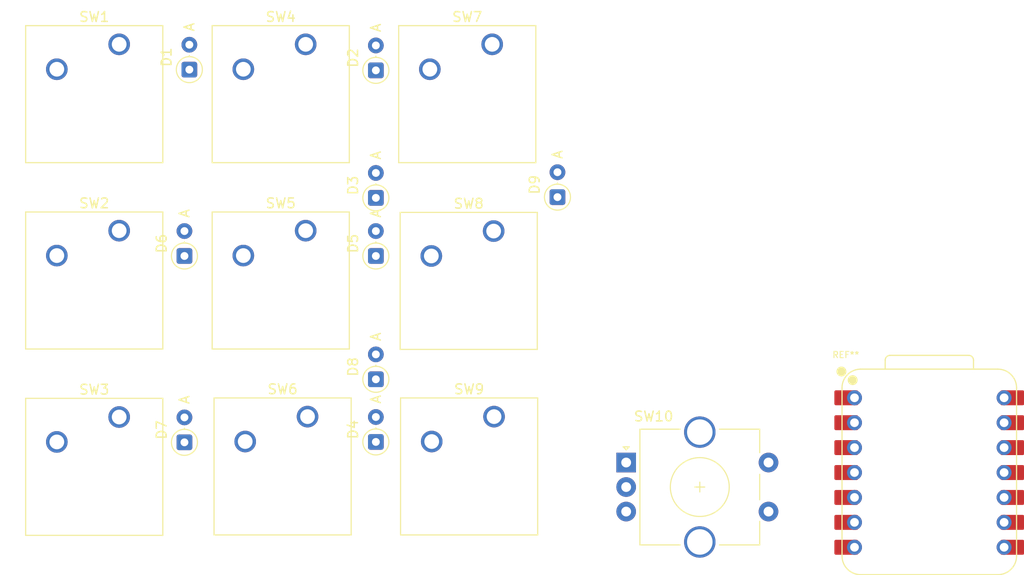
<source format=kicad_pcb>
(kicad_pcb (version 20241229) (generator "pcbnew") (generator_version "9.0")
  (layers (0 "F.Cu" signal) (2 "B.Cu" signal) (13 "F.Paste" user) (15 "B.Paste" user) (5 "F.SilkS" user "F.Silkscreen") (7 "B.SilkS" user "B.Silkscreen") (1 "F.Mask" user) (3 "B.Mask" user) (25 "Edge.Cuts" user))
  (net 0 "")
  (net 1 "row0")
  (net 2 "Net-(D1-A)")
  (net 3 "Net-(D2-A)")
  (net 4 "row1")
  (net 5 "Net-(D3-A)")
  (net 6 "row2")
  (net 7 "Net-(D4-A)")
  (net 8 "Net-(D5-A)")
  (net 9 "Net-(D6-A)")
  (net 10 "Net-(D7-A)")
  (net 11 "Net-(D8-A)")
  (net 12 "Net-(D9-A)")
  (net 13 "col0")
  (net 14 "col1")
  (net 15 "col2")
  (net 16 "GND")
  (net 17 "Net-(U1-GPIO4{slash}MISO)")
  (net 18 "Net-(U1-GPIO3{slash}MOSI)")
  (footprint "Rotary_Encoder:RotaryEncoder_Alps_EC11E-Switch_Vertical_H20mm_CircularMountingHoles" (layer "F.Cu") (at 143.5 103.6)
    (property "Reference" "SW10" (at 2.8 -4.7 0) (layer "F.SilkS"))
    (property "Value" "RotaryEncoder")
    (fp_line (start -0.3 -1.6) (end 0.3 -1.6) (stroke (width 0.12)) (layer "F.SilkS"))
    (fp_line (start 0 -1.3) (end -0.3 -1.6) (stroke (width 0.12)) (layer "F.SilkS"))
    (fp_line (start 0.3 -1.6) (end 0 -1.3) (stroke (width 0.12)) (layer "F.SilkS"))
    (fp_line (start 1.4 -3.4) (end 1.4 8.4) (stroke (width 0.12)) (layer "F.SilkS"))
    (fp_line (start 5.5 -3.4) (end 1.4 -3.4) (stroke (width 0.12)) (layer "F.SilkS"))
    (fp_line (start 5.5 8.4) (end 1.4 8.4) (stroke (width 0.12)) (layer "F.SilkS"))
    (fp_line (start 7 2.5) (end 8 2.5) (stroke (width 0.12)) (layer "F.SilkS"))
    (fp_line (start 7.5 2) (end 7.5 3) (stroke (width 0.12)) (layer "F.SilkS"))
    (fp_line (start 9.5 -3.4) (end 13.6 -3.4) (stroke (width 0.12)) (layer "F.SilkS"))
    (fp_line (start 13.6 -3.4) (end 13.6 -1) (stroke (width 0.12)) (layer "F.SilkS"))
    (fp_line (start 13.6 1.2) (end 13.6 3.8) (stroke (width 0.12)) (layer "F.SilkS"))
    (fp_line (start 13.6 6) (end 13.6 8.4) (stroke (width 0.12)) (layer "F.SilkS"))
    (fp_line (start 13.6 8.4) (end 9.5 8.4) (stroke (width 0.12)) (layer "F.SilkS"))
    (fp_circle (center 7.5 2.5) (end 10.5 2.5) (stroke (width 0.12)) (fill no) (layer "F.SilkS"))
    (pad "A" thru_hole rect (at 0 0) (size 2 2) (drill 1) (layers "*.Cu" "*.Mask") (net 18 "Net-(U1-GPIO3{slash}MOSI)"))
    (pad "B" thru_hole circle (at 0 5) (size 2 2) (drill 1) (layers "*.Cu" "*.Mask") (net 17 "Net-(U1-GPIO4{slash}MISO)"))
    (pad "C" thru_hole circle (at 0 2.5) (size 2 2) (drill 1) (layers "*.Cu" "*.Mask") (net 16 "GND"))
    (pad "MP" thru_hole circle (at 7.5 -3.1) (size 3.2 3.2) (drill 2.6) (layers "*.Cu" "*.Mask"))
    (pad "MP" thru_hole circle (at 7.5 8.1) (size 3.2 3.2) (drill 2.6) (layers "*.Cu" "*.Mask"))
    (pad "S1" thru_hole circle (at 14.5 5) (size 2 2) (drill 1) (layers "*.Cu" "*.Mask"))
    (pad "S2" thru_hole circle (at 14.5 0) (size 2 2) (drill 1) (layers "*.Cu" "*.Mask"))
  )
  (footprint "Button_Switch_Keyboard:SW_Cherry_MX_1.00u_PCB" (layer "F.Cu") (at 110.85 60.96)
    (property "Reference" "SW4" (at -2.54 -2.794 0) (layer "F.SilkS"))
    (property "Value" "SW_Push")
    (fp_line (start -9.525 -1.905) (end 4.445 -1.905) (stroke (width 0.12)) (layer "F.SilkS"))
    (fp_line (start -9.525 12.065) (end -9.525 -1.905) (stroke (width 0.12)) (layer "F.SilkS"))
    (fp_line (start 4.445 -1.905) (end 4.445 12.065) (stroke (width 0.12)) (layer "F.SilkS"))
    (fp_line (start 4.445 12.065) (end -9.525 12.065) (stroke (width 0.12)) (layer "F.SilkS"))
    (pad "" np_thru_hole circle (at -7.62 5.08) (size 1.7 1.7) (drill 1.7) (layers "*.Cu" "*.Mask"))
    (pad "" np_thru_hole circle (at -2.54 5.08) (size 4 4) (drill 4) (layers "*.Cu" "*.Mask"))
    (pad "" np_thru_hole circle (at 2.54 5.08) (size 1.7 1.7) (drill 1.7) (layers "*.Cu" "*.Mask"))
    (pad "1" thru_hole circle (at 0 0) (size 2.2 2.2) (drill 1.5) (layers "*.Cu" "*.Mask") (net 3 "Net-(D2-A)"))
    (pad "2" thru_hole circle (at -6.35 2.54) (size 2.2 2.2) (drill 1.5) (layers "*.Cu" "*.Mask") (net 13 "col0"))
  )
  (footprint "Button_Switch_Keyboard:SW_Cherry_MX_1.00u_PCB" (layer "F.Cu") (at 91.85 60.96)
    (property "Reference" "SW1" (at -2.54 -2.794 0) (layer "F.SilkS"))
    (property "Value" "SW_Push")
    (fp_line (start -9.525 -1.905) (end 4.445 -1.905) (stroke (width 0.12)) (layer "F.SilkS"))
    (fp_line (start -9.525 12.065) (end -9.525 -1.905) (stroke (width 0.12)) (layer "F.SilkS"))
    (fp_line (start 4.445 -1.905) (end 4.445 12.065) (stroke (width 0.12)) (layer "F.SilkS"))
    (fp_line (start 4.445 12.065) (end -9.525 12.065) (stroke (width 0.12)) (layer "F.SilkS"))
    (pad "" np_thru_hole circle (at -7.62 5.08) (size 1.7 1.7) (drill 1.7) (layers "*.Cu" "*.Mask"))
    (pad "" np_thru_hole circle (at -2.54 5.08) (size 4 4) (drill 4) (layers "*.Cu" "*.Mask"))
    (pad "" np_thru_hole circle (at 2.54 5.08) (size 1.7 1.7) (drill 1.7) (layers "*.Cu" "*.Mask"))
    (pad "1" thru_hole circle (at 0 0) (size 2.2 2.2) (drill 1.5) (layers "*.Cu" "*.Mask") (net 2 "Net-(D1-A)"))
    (pad "2" thru_hole circle (at -6.35 2.54) (size 2.2 2.2) (drill 1.5) (layers "*.Cu" "*.Mask") (net 13 "col0"))
  )
  (footprint "Diode_THT:D_DO-35_SOD27_P2.54mm_Vertical_AnodeUp" (layer "F.Cu") (at 118 101.5 90)
    (property "Reference" "D4" (at 1.27 -2.326371 90) (layer "F.SilkS"))
    (property "Value" "D")
    (fp_line (start 1.326371 0) (end 1.44 0) (stroke (width 0.12)) (layer "F.SilkS"))
    (fp_circle (center 0 0) (end 1.326371 0) (stroke (width 0.12)) (fill no) (layer "F.SilkS"))
    (fp_text user "A" (at 4.34 0 90) (layer "F.SilkS"))
    (pad "1" thru_hole roundrect (at 0 0 90) (size 1.6 1.6) (drill 0.8) (layers "*.Cu" "*.Mask") (roundrect_rratio 0.15625) (net 6 "row2"))
    (pad "2" thru_hole circle (at 2.54 0 90) (size 1.6 1.6) (drill 0.8) (layers "*.Cu" "*.Mask") (net 7 "Net-(D4-A)"))
  )
  (footprint "Button_Switch_Keyboard:SW_Cherry_MX_1.00u_PCB" (layer "F.Cu") (at 91.85 98.96)
    (property "Reference" "SW3" (at -2.54 -2.794 0) (layer "F.SilkS"))
    (property "Value" "SW_Push")
    (fp_line (start -9.525 -1.905) (end 4.445 -1.905) (stroke (width 0.12)) (layer "F.SilkS"))
    (fp_line (start -9.525 12.065) (end -9.525 -1.905) (stroke (width 0.12)) (layer "F.SilkS"))
    (fp_line (start 4.445 -1.905) (end 4.445 12.065) (stroke (width 0.12)) (layer "F.SilkS"))
    (fp_line (start 4.445 12.065) (end -9.525 12.065) (stroke (width 0.12)) (layer "F.SilkS"))
    (pad "" np_thru_hole circle (at -7.62 5.08) (size 1.7 1.7) (drill 1.7) (layers "*.Cu" "*.Mask"))
    (pad "" np_thru_hole circle (at -2.54 5.08) (size 4 4) (drill 4) (layers "*.Cu" "*.Mask"))
    (pad "" np_thru_hole circle (at 2.54 5.08) (size 1.7 1.7) (drill 1.7) (layers "*.Cu" "*.Mask"))
    (pad "1" thru_hole circle (at 0 0) (size 2.2 2.2) (drill 1.5) (layers "*.Cu" "*.Mask") (net 10 "Net-(D7-A)"))
    (pad "2" thru_hole circle (at -6.35 2.54) (size 2.2 2.2) (drill 1.5) (layers "*.Cu" "*.Mask") (net 15 "col2"))
  )
  (footprint "Diode_THT:D_DO-35_SOD27_P2.54mm_Vertical_AnodeUp" (layer "F.Cu") (at 118 63.614315 90)
    (property "Reference" "D2" (at 1.27 -2.326371 90) (layer "F.SilkS"))
    (property "Value" "D")
    (fp_line (start 1.326371 0) (end 1.44 0) (stroke (width 0.12)) (layer "F.SilkS"))
    (fp_circle (center 0 0) (end 1.326371 0) (stroke (width 0.12)) (fill no) (layer "F.SilkS"))
    (fp_text user "A" (at 4.34 0 90) (layer "F.SilkS"))
    (pad "1" thru_hole roundrect (at 0 0 90) (size 1.6 1.6) (drill 0.8) (layers "*.Cu" "*.Mask") (roundrect_rratio 0.15625) (net 4 "row1"))
    (pad "2" thru_hole circle (at 2.54 0 90) (size 1.6 1.6) (drill 0.8) (layers "*.Cu" "*.Mask") (net 3 "Net-(D2-A)"))
  )
  (footprint "Diode_THT:D_DO-35_SOD27_P2.54mm_Vertical_AnodeUp" (layer "F.Cu") (at 118 76.614315 90)
    (property "Reference" "D3" (at 1.27 -2.326371 90) (layer "F.SilkS"))
    (property "Value" "D")
    (fp_line (start 1.326371 0) (end 1.44 0) (stroke (width 0.12)) (layer "F.SilkS"))
    (fp_circle (center 0 0) (end 1.326371 0) (stroke (width 0.12)) (fill no) (layer "F.SilkS"))
    (fp_text user "A" (at 4.34 0 90) (layer "F.SilkS"))
    (pad "1" thru_hole roundrect (at 0 0 90) (size 1.6 1.6) (drill 0.8) (layers "*.Cu" "*.Mask") (roundrect_rratio 0.15625) (net 6 "row2"))
    (pad "2" thru_hole circle (at 2.54 0 90) (size 1.6 1.6) (drill 0.8) (layers "*.Cu" "*.Mask") (net 5 "Net-(D3-A)"))
  )
  (footprint "Button_Switch_Keyboard:SW_Cherry_MX_1.00u_PCB" (layer "F.Cu") (at 110.85 79.96)
    (property "Reference" "SW5" (at -2.54 -2.794 0) (layer "F.SilkS"))
    (property "Value" "SW_Push")
    (fp_line (start -9.525 -1.905) (end 4.445 -1.905) (stroke (width 0.12)) (layer "F.SilkS"))
    (fp_line (start -9.525 12.065) (end -9.525 -1.905) (stroke (width 0.12)) (layer "F.SilkS"))
    (fp_line (start 4.445 -1.905) (end 4.445 12.065) (stroke (width 0.12)) (layer "F.SilkS"))
    (fp_line (start 4.445 12.065) (end -9.525 12.065) (stroke (width 0.12)) (layer "F.SilkS"))
    (pad "" np_thru_hole circle (at -7.62 5.08) (size 1.7 1.7) (drill 1.7) (layers "*.Cu" "*.Mask"))
    (pad "" np_thru_hole circle (at -2.54 5.08) (size 4 4) (drill 4) (layers "*.Cu" "*.Mask"))
    (pad "" np_thru_hole circle (at 2.54 5.08) (size 1.7 1.7) (drill 1.7) (layers "*.Cu" "*.Mask"))
    (pad "1" thru_hole circle (at 0 0) (size 2.2 2.2) (drill 1.5) (layers "*.Cu" "*.Mask") (net 5 "Net-(D3-A)"))
    (pad "2" thru_hole circle (at -6.35 2.54) (size 2.2 2.2) (drill 1.5) (layers "*.Cu" "*.Mask") (net 13 "col0"))
  )
  (footprint "barapad:XIAO-RP2040-DIP" (layer "F.Cu") (at 174.38 104.62)
    (property "Reference" "REF**" (at -8.5 -12 0) (layer "F.SilkS") (effects (font (size 0.635 0.635) (thickness 0.1016))))
    (property "Value" "XIAO-RP2040-DIP")
    (fp_line (start -8.89 8.509) (end -8.89 -8.636) (stroke (width 0.127)) (layer "F.SilkS"))
    (fp_line (start -6.985 10.414) (end 6.985 10.414) (stroke (width 0.127)) (layer "F.SilkS"))
    (fp_line (start -4.495 -10.541) (end -4.491272 -11.451272) (stroke (width 0.127)) (layer "F.SilkS"))
    (fp_line (start -3.991272 -11.951) (end 4.004 -11.951) (stroke (width 0.127)) (layer "F.SilkS"))
    (fp_line (start 4.504 -11.451) (end 4.504 -10.541) (stroke (width 0.127)) (layer "F.SilkS"))
    (fp_line (start 6.985 -10.541) (end -6.985 -10.541) (stroke (width 0.1)) (layer "F.SilkS"))
    (fp_line (start 6.985 -10.541) (end -6.985 -10.541) (stroke (width 0.127)) (layer "F.SilkS"))
    (fp_line (start 8.89 8.509) (end 8.89 -8.636) (stroke (width 0.127)) (layer "F.SilkS"))
    (fp_arc (start -8.89 -8.636) (mid -8.332038 -9.983038) (end -6.985 -10.541) (stroke (width 0.127)) (layer "F.SilkS"))
    (fp_arc (start -6.985 10.414) (mid -8.332038 9.856038) (end -8.89 8.509) (stroke (width 0.127)) (layer "F.SilkS"))
    (fp_arc (start -4.491272 -11.451272) (mid -4.344728 -11.80464) (end -3.991272 -11.951) (stroke (width 0.127)) (layer "F.SilkS"))
    (fp_arc (start 4.004 -11.951) (mid 4.357553 -11.804553) (end 4.504 -11.451) (stroke (width 0.127)) (layer "F.SilkS"))
    (fp_arc (start 6.985 -10.541) (mid 8.332038 -9.983038) (end 8.89 -8.636) (stroke (width 0.127)) (layer "F.SilkS"))
    (fp_arc (start 8.89 8.509) (mid 8.332038 9.856038) (end 6.985 10.414) (stroke (width 0.127)) (layer "F.SilkS"))
    (fp_circle (center -8.95 -10.3) (end -8.95 -10.554) (stroke (width 0.5)) (fill yes) (layer "F.SilkS"))
    (fp_circle (center -7.807 -9.42) (end -7.807 -9.674) (stroke (width 0.5)) (fill yes) (layer "F.SilkS"))
    (pad "1" smd roundrect (at -8.455 -7.62 180) (size 2.432 1.524) (layers "F.Cu" "F.Mask") (roundrect_rratio 0.1))
    (pad "1" thru_hole circle (at -7.62 -7.62 180) (size 1.524 1.524) (drill 0.889) (layers "*.Cu" "*.Mask"))
    (pad "2" smd roundrect (at -8.455 -5.08 180) (size 2.432 1.524) (layers "F.Cu" "F.Mask") (roundrect_rratio 0.1))
    (pad "2" thru_hole circle (at -7.62 -5.08 180) (size 1.524 1.524) (drill 0.889) (layers "*.Cu" "*.Mask"))
    (pad "3" smd roundrect (at -8.455 -2.54 180) (size 2.432 1.524) (layers "F.Cu" "F.Mask") (roundrect_rratio 0.1))
    (pad "3" thru_hole circle (at -7.62 -2.54 180) (size 1.524 1.524) (drill 0.889) (layers "*.Cu" "*.Mask"))
    (pad "4" smd roundrect (at -8.455 0 180) (size 2.432 1.524) (layers "F.Cu" "F.Mask") (roundrect_rratio 0.1))
    (pad "4" thru_hole circle (at -7.62 0 180) (size 1.524 1.524) (drill 0.889) (layers "*.Cu" "*.Mask"))
    (pad "5" smd roundrect (at -8.455 2.54 180) (size 2.432 1.524) (layers "F.Cu" "F.Mask") (roundrect_rratio 0.1))
    (pad "5" thru_hole circle (at -7.62 2.54 180) (size 1.524 1.524) (drill 0.889) (layers "*.Cu" "*.Mask"))
    (pad "6" smd roundrect (at -8.455 5.08 180) (size 2.432 1.524) (layers "F.Cu" "F.Mask") (roundrect_rratio 0.1))
    (pad "6" thru_hole circle (at -7.62 5.08 180) (size 1.524 1.524) (drill 0.889) (layers "*.Cu" "*.Mask"))
    (pad "7" smd roundrect (at -8.455 7.62 180) (size 2.432 1.524) (layers "F.Cu" "F.Mask") (roundrect_rratio 0.1))
    (pad "7" thru_hole circle (at -7.62 7.62 180) (size 1.524 1.524) (drill 0.889) (layers "*.Cu" "*.Mask"))
    (pad "8" thru_hole circle (at 7.62 7.62) (size 1.524 1.524) (drill 0.889) (layers "*.Cu" "*.Mask"))
    (pad "8" smd roundrect (at 8.455 7.62) (size 2.432 1.524) (layers "F.Cu" "F.Mask") (roundrect_rratio 0.1))
    (pad "9" thru_hole circle (at 7.62 5.08) (size 1.524 1.524) (drill 0.889) (layers "*.Cu" "*.Mask"))
    (pad "9" smd roundrect (at 8.455 5.08) (size 2.432 1.524) (layers "F.Cu" "F.Mask") (roundrect_rratio 0.1))
    (pad "10" thru_hole circle (at 7.62 2.54) (size 1.524 1.524) (drill 0.889) (layers "*.Cu" "*.Mask"))
    (pad "10" smd roundrect (at 8.455 2.54) (size 2.432 1.524) (layers "F.Cu" "F.Mask") (roundrect_rratio 0.1))
    (pad "11" thru_hole circle (at 7.62 0) (size 1.524 1.524) (drill 0.889) (layers "*.Cu" "*.Mask"))
    (pad "11" smd roundrect (at 8.455 0) (size 2.432 1.524) (layers "F.Cu" "F.Mask") (roundrect_rratio 0.1))
    (pad "12" thru_hole circle (at 7.62 -2.54) (size 1.524 1.524) (drill 0.889) (layers "*.Cu" "*.Mask"))
    (pad "12" smd roundrect (at 8.455 -2.54) (size 2.432 1.524) (layers "F.Cu" "F.Mask") (roundrect_rratio 0.1))
    (pad "13" thru_hole circle (at 7.62 -5.08) (size 1.524 1.524) (drill 0.889) (layers "*.Cu" "*.Mask"))
    (pad "13" smd roundrect (at 8.455 -5.08) (size 2.432 1.524) (layers "F.Cu" "F.Mask") (roundrect_rratio 0.1))
    (pad "14" thru_hole circle (at 7.62 -7.62) (size 1.524 1.524) (drill 0.889) (layers "*.Cu" "*.Mask"))
    (pad "14" smd roundrect (at 8.455 -7.62) (size 2.432 1.524) (layers "F.Cu" "F.Mask") (roundrect_rratio 0.1))
  )
  (footprint "Diode_THT:D_DO-35_SOD27_P2.54mm_Vertical_AnodeUp" (layer "F.Cu") (at 98.5 82.54 90)
    (property "Reference" "D6" (at 1.27 -2.326371 90) (layer "F.SilkS"))
    (property "Value" "D")
    (fp_line (start 1.326371 0) (end 1.44 0) (stroke (width 0.12)) (layer "F.SilkS"))
    (fp_circle (center 0 0) (end 1.326371 0) (stroke (width 0.12)) (fill no) (layer "F.SilkS"))
    (fp_text user "A" (at 4.34 0 90) (layer "F.SilkS"))
    (pad "1" thru_hole roundrect (at 0 0 90) (size 1.6 1.6) (drill 0.8) (layers "*.Cu" "*.Mask") (roundrect_rratio 0.15625) (net 1 "row0"))
    (pad "2" thru_hole circle (at 2.54 0 90) (size 1.6 1.6) (drill 0.8) (layers "*.Cu" "*.Mask") (net 9 "Net-(D6-A)"))
  )
  (footprint "Button_Switch_Keyboard:SW_Cherry_MX_1.00u_PCB" (layer "F.Cu") (at 130 80)
    (property "Reference" "SW8" (at -2.54 -2.794 0) (layer "F.SilkS"))
    (property "Value" "SW_Push")
    (fp_line (start -9.525 -1.905) (end 4.445 -1.905) (stroke (width 0.12)) (layer "F.SilkS"))
    (fp_line (start -9.525 12.065) (end -9.525 -1.905) (stroke (width 0.12)) (layer "F.SilkS"))
    (fp_line (start 4.445 -1.905) (end 4.445 12.065) (stroke (width 0.12)) (layer "F.SilkS"))
    (fp_line (start 4.445 12.065) (end -9.525 12.065) (stroke (width 0.12)) (layer "F.SilkS"))
    (pad "" np_thru_hole circle (at -7.62 5.08) (size 1.7 1.7) (drill 1.7) (layers "*.Cu" "*.Mask"))
    (pad "" np_thru_hole circle (at -2.54 5.08) (size 4 4) (drill 4) (layers "*.Cu" "*.Mask"))
    (pad "" np_thru_hole circle (at 2.54 5.08) (size 1.7 1.7) (drill 1.7) (layers "*.Cu" "*.Mask"))
    (pad "1" thru_hole circle (at 0 0) (size 2.2 2.2) (drill 1.5) (layers "*.Cu" "*.Mask") (net 8 "Net-(D5-A)"))
    (pad "2" thru_hole circle (at -6.35 2.54) (size 2.2 2.2) (drill 1.5) (layers "*.Cu" "*.Mask") (net 14 "col1"))
  )
  (footprint "Button_Switch_Keyboard:SW_Cherry_MX_1.00u_PCB" (layer "F.Cu") (at 91.85 79.96)
    (property "Reference" "SW2" (at -2.54 -2.794 0) (layer "F.SilkS"))
    (property "Value" "SW_Push")
    (fp_line (start -9.525 -1.905) (end 4.445 -1.905) (stroke (width 0.12)) (layer "F.SilkS"))
    (fp_line (start -9.525 12.065) (end -9.525 -1.905) (stroke (width 0.12)) (layer "F.SilkS"))
    (fp_line (start 4.445 -1.905) (end 4.445 12.065) (stroke (width 0.12)) (layer "F.SilkS"))
    (fp_line (start 4.445 12.065) (end -9.525 12.065) (stroke (width 0.12)) (layer "F.SilkS"))
    (pad "" np_thru_hole circle (at -7.62 5.08) (size 1.7 1.7) (drill 1.7) (layers "*.Cu" "*.Mask"))
    (pad "" np_thru_hole circle (at -2.54 5.08) (size 4 4) (drill 4) (layers "*.Cu" "*.Mask"))
    (pad "" np_thru_hole circle (at 2.54 5.08) (size 1.7 1.7) (drill 1.7) (layers "*.Cu" "*.Mask"))
    (pad "1" thru_hole circle (at 0 0) (size 2.2 2.2) (drill 1.5) (layers "*.Cu" "*.Mask") (net 9 "Net-(D6-A)"))
    (pad "2" thru_hole circle (at -6.35 2.54) (size 2.2 2.2) (drill 1.5) (layers "*.Cu" "*.Mask") (net 14 "col1"))
  )
  (footprint "Diode_THT:D_DO-35_SOD27_P2.54mm_Vertical_AnodeUp" (layer "F.Cu") (at 99 63.54 90)
    (property "Reference" "D1" (at 1.27 -2.326371 90) (layer "F.SilkS"))
    (property "Value" "D")
    (fp_line (start 1.326371 0) (end 1.44 0) (stroke (width 0.12)) (layer "F.SilkS"))
    (fp_circle (center 0 0) (end 1.326371 0) (stroke (width 0.12)) (fill no) (layer "F.SilkS"))
    (fp_text user "A" (at 4.34 0 90) (layer "F.SilkS"))
    (pad "1" thru_hole roundrect (at 0 0 90) (size 1.6 1.6) (drill 0.8) (layers "*.Cu" "*.Mask") (roundrect_rratio 0.15625) (net 1 "row0"))
    (pad "2" thru_hole circle (at 2.54 0 90) (size 1.6 1.6) (drill 0.8) (layers "*.Cu" "*.Mask") (net 2 "Net-(D1-A)"))
  )
  (footprint "Diode_THT:D_DO-35_SOD27_P2.54mm_Vertical_AnodeUp" (layer "F.Cu") (at 98.5 101.54 90)
    (property "Reference" "D7" (at 1.27 -2.326371 90) (layer "F.SilkS"))
    (property "Value" "D")
    (fp_line (start 1.326371 0) (end 1.44 0) (stroke (width 0.12)) (layer "F.SilkS"))
    (fp_circle (center 0 0) (end 1.326371 0) (stroke (width 0.12)) (fill no) (layer "F.SilkS"))
    (fp_text user "A" (at 4.34 0 90) (layer "F.SilkS"))
    (pad "1" thru_hole roundrect (at 0 0 90) (size 1.6 1.6) (drill 0.8) (layers "*.Cu" "*.Mask") (roundrect_rratio 0.15625) (net 1 "row0"))
    (pad "2" thru_hole circle (at 2.54 0 90) (size 1.6 1.6) (drill 0.8) (layers "*.Cu" "*.Mask") (net 10 "Net-(D7-A)"))
  )
  (footprint "Diode_THT:D_DO-35_SOD27_P2.54mm_Vertical_AnodeUp" (layer "F.Cu") (at 118 82.54 90)
    (property "Reference" "D5" (at 1.27 -2.326371 90) (layer "F.SilkS"))
    (property "Value" "D")
    (fp_line (start 1.326371 0) (end 1.44 0) (stroke (width 0.12)) (layer "F.SilkS"))
    (fp_circle (center 0 0) (end 1.326371 0) (stroke (width 0.12)) (fill no) (layer "F.SilkS"))
    (fp_text user "A" (at 4.34 0 90) (layer "F.SilkS"))
    (pad "1" thru_hole roundrect (at 0 0 90) (size 1.6 1.6) (drill 0.8) (layers "*.Cu" "*.Mask") (roundrect_rratio 0.15625) (net 4 "row1"))
    (pad "2" thru_hole circle (at 2.54 0 90) (size 1.6 1.6) (drill 0.8) (layers "*.Cu" "*.Mask") (net 8 "Net-(D5-A)"))
  )
  (footprint "Button_Switch_Keyboard:SW_Cherry_MX_1.00u_PCB" (layer "F.Cu") (at 129.85 60.96)
    (property "Reference" "SW7" (at -2.54 -2.794 0) (layer "F.SilkS"))
    (property "Value" "SW_Push")
    (fp_line (start -9.525 -1.905) (end 4.445 -1.905) (stroke (width 0.12)) (layer "F.SilkS"))
    (fp_line (start -9.525 12.065) (end -9.525 -1.905) (stroke (width 0.12)) (layer "F.SilkS"))
    (fp_line (start 4.445 -1.905) (end 4.445 12.065) (stroke (width 0.12)) (layer "F.SilkS"))
    (fp_line (start 4.445 12.065) (end -9.525 12.065) (stroke (width 0.12)) (layer "F.SilkS"))
    (pad "" np_thru_hole circle (at -7.62 5.08) (size 1.7 1.7) (drill 1.7) (layers "*.Cu" "*.Mask"))
    (pad "" np_thru_hole circle (at -2.54 5.08) (size 4 4) (drill 4) (layers "*.Cu" "*.Mask"))
    (pad "" np_thru_hole circle (at 2.54 5.08) (size 1.7 1.7) (drill 1.7) (layers "*.Cu" "*.Mask"))
    (pad "1" thru_hole circle (at 0 0) (size 2.2 2.2) (drill 1.5) (layers "*.Cu" "*.Mask") (net 12 "Net-(D9-A)"))
    (pad "2" thru_hole circle (at -6.35 2.54) (size 2.2 2.2) (drill 1.5) (layers "*.Cu" "*.Mask") (net 15 "col2"))
  )
  (footprint "Button_Switch_Keyboard:SW_Cherry_MX_1.00u_PCB" (layer "F.Cu") (at 130.04 98.92)
    (property "Reference" "SW9" (at -2.54 -2.794 0) (layer "F.SilkS"))
    (property "Value" "SW_Push")
    (fp_line (start -9.525 -1.905) (end 4.445 -1.905) (stroke (width 0.12)) (layer "F.SilkS"))
    (fp_line (start -9.525 12.065) (end -9.525 -1.905) (stroke (width 0.12)) (layer "F.SilkS"))
    (fp_line (start 4.445 -1.905) (end 4.445 12.065) (stroke (width 0.12)) (layer "F.SilkS"))
    (fp_line (start 4.445 12.065) (end -9.525 12.065) (stroke (width 0.12)) (layer "F.SilkS"))
    (pad "" np_thru_hole circle (at -7.62 5.08) (size 1.7 1.7) (drill 1.7) (layers "*.Cu" "*.Mask"))
    (pad "" np_thru_hole circle (at -2.54 5.08) (size 4 4) (drill 4) (layers "*.Cu" "*.Mask"))
    (pad "" np_thru_hole circle (at 2.54 5.08) (size 1.7 1.7) (drill 1.7) (layers "*.Cu" "*.Mask"))
    (pad "1" thru_hole circle (at 0 0) (size 2.2 2.2) (drill 1.5) (layers "*.Cu" "*.Mask") (net 11 "Net-(D8-A)"))
    (pad "2" thru_hole circle (at -6.35 2.54) (size 2.2 2.2) (drill 1.5) (layers "*.Cu" "*.Mask") (net 15 "col2"))
  )
  (footprint "Diode_THT:D_DO-35_SOD27_P2.54mm_Vertical_AnodeUp" (layer "F.Cu") (at 118 95.114315 90)
    (property "Reference" "D8" (at 1.27 -2.326371 90) (layer "F.SilkS"))
    (property "Value" "D")
    (fp_line (start 1.326371 0) (end 1.44 0) (stroke (width 0.12)) (layer "F.SilkS"))
    (fp_circle (center 0 0) (end 1.326371 0) (stroke (width 0.12)) (fill no) (layer "F.SilkS"))
    (fp_text user "A" (at 4.34 0 90) (layer "F.SilkS"))
    (pad "1" thru_hole roundrect (at 0 0 90) (size 1.6 1.6) (drill 0.8) (layers "*.Cu" "*.Mask") (roundrect_rratio 0.15625) (net 4 "row1"))
    (pad "2" thru_hole circle (at 2.54 0 90) (size 1.6 1.6) (drill 0.8) (layers "*.Cu" "*.Mask") (net 11 "Net-(D8-A)"))
  )
  (footprint "Diode_THT:D_DO-35_SOD27_P2.54mm_Vertical_AnodeUp" (layer "F.Cu") (at 136.5 76.54 90)
    (property "Reference" "D9" (at 1.27 -2.326371 90) (layer "F.SilkS"))
    (property "Value" "D")
    (fp_line (start 1.326371 0) (end 1.44 0) (stroke (width 0.12)) (layer "F.SilkS"))
    (fp_circle (center 0 0) (end 1.326371 0) (stroke (width 0.12)) (fill no) (layer "F.SilkS"))
    (fp_text user "A" (at 4.34 0 90) (layer "F.SilkS"))
    (pad "1" thru_hole roundrect (at 0 0 90) (size 1.6 1.6) (drill 0.8) (layers "*.Cu" "*.Mask") (roundrect_rratio 0.15625) (net 6 "row2"))
    (pad "2" thru_hole circle (at 2.54 0 90) (size 1.6 1.6) (drill 0.8) (layers "*.Cu" "*.Mask") (net 12 "Net-(D9-A)"))
  )
  (footprint "Button_Switch_Keyboard:SW_Cherry_MX_1.00u_PCB" (layer "F.Cu") (at 111.04 98.92)
    (property "Reference" "SW6" (at -2.54 -2.794 0) (layer "F.SilkS"))
    (property "Value" "SW_Push")
    (fp_line (start -9.525 -1.905) (end 4.445 -1.905) (stroke (width 0.12)) (layer "F.SilkS"))
    (fp_line (start -9.525 12.065) (end -9.525 -1.905) (stroke (width 0.12)) (layer "F.SilkS"))
    (fp_line (start 4.445 -1.905) (end 4.445 12.065) (stroke (width 0.12)) (layer "F.SilkS"))
    (fp_line (start 4.445 12.065) (end -9.525 12.065) (stroke (width 0.12)) (layer "F.SilkS"))
    (pad "" np_thru_hole circle (at -7.62 5.08) (size 1.7 1.7) (drill 1.7) (layers "*.Cu" "*.Mask"))
    (pad "" np_thru_hole circle (at -2.54 5.08) (size 4 4) (drill 4) (layers "*.Cu" "*.Mask"))
    (pad "" np_thru_hole circle (at 2.54 5.08) (size 1.7 1.7) (drill 1.7) (layers "*.Cu" "*.Mask"))
    (pad "1" thru_hole circle (at 0 0) (size 2.2 2.2) (drill 1.5) (layers "*.Cu" "*.Mask") (net 7 "Net-(D4-A)"))
    (pad "2" thru_hole circle (at -6.35 2.54) (size 2.2 2.2) (drill 1.5) (layers "*.Cu" "*.Mask") (net 14 "col1"))
  )
)
</source>
